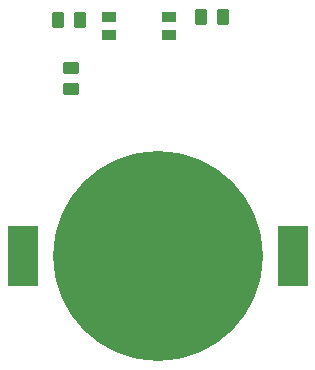
<source format=gbr>
%TF.GenerationSoftware,KiCad,Pcbnew,8.0.6*%
%TF.CreationDate,2024-12-04T16:57:49-05:00*%
%TF.ProjectId,Laser,4c617365-722e-46b6-9963-61645f706362,rev?*%
%TF.SameCoordinates,Original*%
%TF.FileFunction,Paste,Top*%
%TF.FilePolarity,Positive*%
%FSLAX46Y46*%
G04 Gerber Fmt 4.6, Leading zero omitted, Abs format (unit mm)*
G04 Created by KiCad (PCBNEW 8.0.6) date 2024-12-04 16:57:49*
%MOMM*%
%LPD*%
G01*
G04 APERTURE LIST*
G04 Aperture macros list*
%AMRoundRect*
0 Rectangle with rounded corners*
0 $1 Rounding radius*
0 $2 $3 $4 $5 $6 $7 $8 $9 X,Y pos of 4 corners*
0 Add a 4 corners polygon primitive as box body*
4,1,4,$2,$3,$4,$5,$6,$7,$8,$9,$2,$3,0*
0 Add four circle primitives for the rounded corners*
1,1,$1+$1,$2,$3*
1,1,$1+$1,$4,$5*
1,1,$1+$1,$6,$7*
1,1,$1+$1,$8,$9*
0 Add four rect primitives between the rounded corners*
20,1,$1+$1,$2,$3,$4,$5,0*
20,1,$1+$1,$4,$5,$6,$7,0*
20,1,$1+$1,$6,$7,$8,$9,0*
20,1,$1+$1,$8,$9,$2,$3,0*%
G04 Aperture macros list end*
%ADD10RoundRect,0.250000X0.262500X0.450000X-0.262500X0.450000X-0.262500X-0.450000X0.262500X-0.450000X0*%
%ADD11R,1.270000X0.812800*%
%ADD12RoundRect,0.250000X-0.262500X-0.450000X0.262500X-0.450000X0.262500X0.450000X-0.262500X0.450000X0*%
%ADD13R,2.540000X5.080000*%
%ADD14C,17.780000*%
%ADD15RoundRect,0.250000X-0.450000X0.262500X-0.450000X-0.262500X0.450000X-0.262500X0.450000X0.262500X0*%
G04 APERTURE END LIST*
D10*
%TO.C,R2*%
X120004493Y-117501508D03*
X118179493Y-117501508D03*
%TD*%
D11*
%TO.C,D1*%
X127540000Y-117238000D03*
X122460000Y-117238000D03*
X122460000Y-118762000D03*
X127540000Y-118762000D03*
%TD*%
D12*
%TO.C,R3*%
X130255775Y-117275783D03*
X132080775Y-117275783D03*
%TD*%
D13*
%TO.C,BT1*%
X115140000Y-137500000D03*
X138000000Y-137500000D03*
D14*
X126570000Y-137500000D03*
%TD*%
D15*
%TO.C,R1*%
X119233071Y-121526740D03*
X119233071Y-123351740D03*
%TD*%
M02*

</source>
